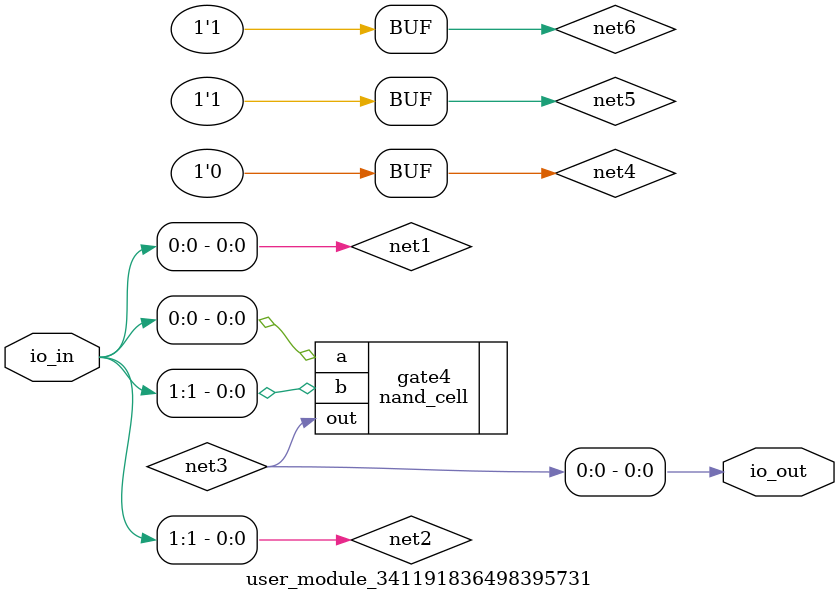
<source format=v>

/* Automatically generated from https://wokwi.com/projects/341191836498395731 */

`default_nettype none

module user_module_341191836498395731(
  input [7:0] io_in,
  output [7:0] io_out
);
  wire net1 = io_in[0];
  wire net2 = io_in[1];
  wire net3;
  wire net4 = 1'b0;
  wire net5 = 1'b1;
  wire net6 = 1'b1;

  assign io_out[0] = net3;

  and_cell gate1 (

  );
  or_cell gate2 (

  );
  xor_cell gate3 (

  );
  nand_cell gate4 (
    .a (net1),
    .b (net2),
    .out (net3)
  );
  not_cell gate5 (

  );
  buffer_cell gate6 (

  );
  mux_cell mux1 (

  );
  dff_cell flipflop1 (

  );
endmodule

</source>
